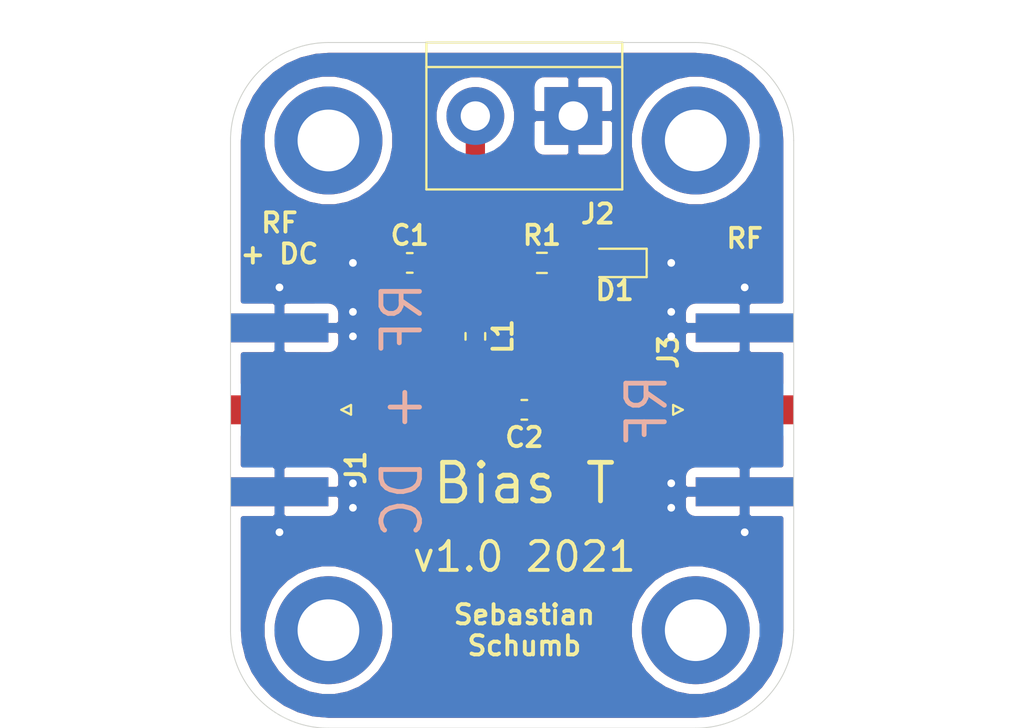
<source format=kicad_pcb>
(kicad_pcb (version 20171130) (host pcbnew 5.1.10)

  (general
    (thickness 1.6)
    (drawings 15)
    (tracks 23)
    (zones 0)
    (modules 12)
    (nets 6)
  )

  (page A4)
  (layers
    (0 F.Cu signal)
    (31 B.Cu signal)
    (32 B.Adhes user)
    (33 F.Adhes user)
    (34 B.Paste user)
    (35 F.Paste user)
    (36 B.SilkS user)
    (37 F.SilkS user)
    (38 B.Mask user)
    (39 F.Mask user)
    (40 Dwgs.User user)
    (41 Cmts.User user)
    (42 Eco1.User user)
    (43 Eco2.User user)
    (44 Edge.Cuts user)
    (45 Margin user)
    (46 B.CrtYd user)
    (47 F.CrtYd user)
    (48 B.Fab user)
    (49 F.Fab user)
  )

  (setup
    (last_trace_width 0.25)
    (user_trace_width 0.75)
    (user_trace_width 1)
    (trace_clearance 0.2)
    (zone_clearance 0.508)
    (zone_45_only no)
    (trace_min 0.2)
    (via_size 0.8)
    (via_drill 0.4)
    (via_min_size 0.4)
    (via_min_drill 0.3)
    (uvia_size 0.3)
    (uvia_drill 0.1)
    (uvias_allowed no)
    (uvia_min_size 0.2)
    (uvia_min_drill 0.1)
    (edge_width 0.05)
    (segment_width 0.2)
    (pcb_text_width 0.3)
    (pcb_text_size 1.5 1.5)
    (mod_edge_width 0.12)
    (mod_text_size 1 1)
    (mod_text_width 0.15)
    (pad_size 1.524 1.524)
    (pad_drill 0.762)
    (pad_to_mask_clearance 0)
    (aux_axis_origin 0 0)
    (visible_elements FFFFFF7F)
    (pcbplotparams
      (layerselection 0x010fc_ffffffff)
      (usegerberextensions false)
      (usegerberattributes true)
      (usegerberadvancedattributes true)
      (creategerberjobfile true)
      (excludeedgelayer true)
      (linewidth 0.100000)
      (plotframeref false)
      (viasonmask false)
      (mode 1)
      (useauxorigin false)
      (hpglpennumber 1)
      (hpglpenspeed 20)
      (hpglpendiameter 15.000000)
      (psnegative false)
      (psa4output false)
      (plotreference true)
      (plotvalue true)
      (plotinvisibletext false)
      (padsonsilk false)
      (subtractmaskfromsilk false)
      (outputformat 1)
      (mirror false)
      (drillshape 1)
      (scaleselection 1)
      (outputdirectory ""))
  )

  (net 0 "")
  (net 1 "Net-(C1-Pad2)")
  (net 2 GND)
  (net 3 "Net-(C2-Pad2)")
  (net 4 "Net-(C2-Pad1)")
  (net 5 "Net-(D1-Pad2)")

  (net_class Default "This is the default net class."
    (clearance 0.2)
    (trace_width 0.25)
    (via_dia 0.8)
    (via_drill 0.4)
    (uvia_dia 0.3)
    (uvia_drill 0.1)
    (add_net GND)
    (add_net "Net-(C1-Pad2)")
    (add_net "Net-(C2-Pad1)")
    (add_net "Net-(C2-Pad2)")
    (add_net "Net-(D1-Pad2)")
  )

  (module MountingHole:MountingHole_3.2mm_M3_DIN965_Pad (layer F.Cu) (tedit 56D1B4CB) (tstamp 614936B3)
    (at 128.27 100.33)
    (descr "Mounting Hole 3.2mm, M3, DIN965")
    (tags "mounting hole 3.2mm m3 din965")
    (attr virtual)
    (fp_text reference REF** (at 0 -3.8) (layer F.SilkS) hide
      (effects (font (size 1 1) (thickness 0.2)))
    )
    (fp_text value MountingHole_3.2mm_M3_DIN965_Pad (at 0 3.8) (layer F.Fab)
      (effects (font (size 1 1) (thickness 0.2)))
    )
    (fp_circle (center 0 0) (end 3.05 0) (layer F.CrtYd) (width 0.05))
    (fp_circle (center 0 0) (end 2.8 0) (layer Cmts.User) (width 0.15))
    (fp_text user %R (at 0.3 0) (layer F.Fab)
      (effects (font (size 1 1) (thickness 0.2)))
    )
    (pad 1 thru_hole circle (at 0 0) (size 5.6 5.6) (drill 3.2) (layers *.Cu *.Mask))
  )

  (module MountingHole:MountingHole_3.2mm_M3_DIN965_Pad (layer F.Cu) (tedit 56D1B4CB) (tstamp 61493696)
    (at 147.32 100.33)
    (descr "Mounting Hole 3.2mm, M3, DIN965")
    (tags "mounting hole 3.2mm m3 din965")
    (attr virtual)
    (fp_text reference REF** (at 0 -3.8) (layer F.SilkS) hide
      (effects (font (size 1 1) (thickness 0.2)))
    )
    (fp_text value MountingHole_3.2mm_M3_DIN965_Pad (at 0 3.8) (layer F.Fab)
      (effects (font (size 1 1) (thickness 0.2)))
    )
    (fp_circle (center 0 0) (end 3.05 0) (layer F.CrtYd) (width 0.05))
    (fp_circle (center 0 0) (end 2.8 0) (layer Cmts.User) (width 0.15))
    (fp_text user %R (at 0.3 0) (layer F.Fab)
      (effects (font (size 1 1) (thickness 0.2)))
    )
    (pad 1 thru_hole circle (at 0 0) (size 5.6 5.6) (drill 3.2) (layers *.Cu *.Mask))
  )

  (module MountingHole:MountingHole_3.2mm_M3_DIN965_Pad (layer F.Cu) (tedit 56D1B4CB) (tstamp 61493679)
    (at 128.27 74.93)
    (descr "Mounting Hole 3.2mm, M3, DIN965")
    (tags "mounting hole 3.2mm m3 din965")
    (attr virtual)
    (fp_text reference REF** (at 0 -3.8) (layer F.SilkS) hide
      (effects (font (size 1 1) (thickness 0.2)))
    )
    (fp_text value MountingHole_3.2mm_M3_DIN965_Pad (at 0 3.8) (layer F.Fab)
      (effects (font (size 1 1) (thickness 0.2)))
    )
    (fp_circle (center 0 0) (end 3.05 0) (layer F.CrtYd) (width 0.05))
    (fp_circle (center 0 0) (end 2.8 0) (layer Cmts.User) (width 0.15))
    (fp_text user %R (at 0.3 0) (layer F.Fab)
      (effects (font (size 1 1) (thickness 0.2)))
    )
    (pad 1 thru_hole circle (at 0 0) (size 5.6 5.6) (drill 3.2) (layers *.Cu *.Mask))
  )

  (module MountingHole:MountingHole_3.2mm_M3_DIN965_Pad (layer F.Cu) (tedit 56D1B4CB) (tstamp 6149365C)
    (at 147.32 74.93)
    (descr "Mounting Hole 3.2mm, M3, DIN965")
    (tags "mounting hole 3.2mm m3 din965")
    (attr virtual)
    (fp_text reference REF** (at 0 -3.8) (layer F.SilkS) hide
      (effects (font (size 1 1) (thickness 0.2)))
    )
    (fp_text value MountingHole_3.2mm_M3_DIN965_Pad (at 0 3.8) (layer F.Fab)
      (effects (font (size 1 1) (thickness 0.2)))
    )
    (fp_circle (center 0 0) (end 3.05 0) (layer F.CrtYd) (width 0.05))
    (fp_circle (center 0 0) (end 2.8 0) (layer Cmts.User) (width 0.15))
    (fp_text user %R (at 0.3 0) (layer F.Fab)
      (effects (font (size 1 1) (thickness 0.2)))
    )
    (pad 1 thru_hole circle (at 0 0) (size 5.6 5.6) (drill 3.2) (layers *.Cu *.Mask))
  )

  (module Resistor_SMD:R_0603_1608Metric_Pad0.98x0.95mm_HandSolder (layer F.Cu) (tedit 5F68FEEE) (tstamp 61492AB1)
    (at 139.3425 81.28)
    (descr "Resistor SMD 0603 (1608 Metric), square (rectangular) end terminal, IPC_7351 nominal with elongated pad for handsoldering. (Body size source: IPC-SM-782 page 72, https://www.pcb-3d.com/wordpress/wp-content/uploads/ipc-sm-782a_amendment_1_and_2.pdf), generated with kicad-footprint-generator")
    (tags "resistor handsolder")
    (path /6149FE4C)
    (attr smd)
    (fp_text reference R1 (at 0 -1.43) (layer F.SilkS)
      (effects (font (size 1 1) (thickness 0.2)))
    )
    (fp_text value R (at 0 1.43) (layer F.Fab)
      (effects (font (size 1 1) (thickness 0.2)))
    )
    (fp_line (start 1.65 0.73) (end -1.65 0.73) (layer F.CrtYd) (width 0.05))
    (fp_line (start 1.65 -0.73) (end 1.65 0.73) (layer F.CrtYd) (width 0.05))
    (fp_line (start -1.65 -0.73) (end 1.65 -0.73) (layer F.CrtYd) (width 0.05))
    (fp_line (start -1.65 0.73) (end -1.65 -0.73) (layer F.CrtYd) (width 0.05))
    (fp_line (start -0.254724 0.5225) (end 0.254724 0.5225) (layer F.SilkS) (width 0.12))
    (fp_line (start -0.254724 -0.5225) (end 0.254724 -0.5225) (layer F.SilkS) (width 0.12))
    (fp_line (start 0.8 0.4125) (end -0.8 0.4125) (layer F.Fab) (width 0.1))
    (fp_line (start 0.8 -0.4125) (end 0.8 0.4125) (layer F.Fab) (width 0.1))
    (fp_line (start -0.8 -0.4125) (end 0.8 -0.4125) (layer F.Fab) (width 0.1))
    (fp_line (start -0.8 0.4125) (end -0.8 -0.4125) (layer F.Fab) (width 0.1))
    (fp_text user %R (at 0 0) (layer F.Fab)
      (effects (font (size 0.4 0.4) (thickness 0.06)))
    )
    (pad 2 smd roundrect (at 0.9125 0) (size 0.975 0.95) (layers F.Cu F.Paste F.Mask) (roundrect_rratio 0.25)
      (net 5 "Net-(D1-Pad2)"))
    (pad 1 smd roundrect (at -0.9125 0) (size 0.975 0.95) (layers F.Cu F.Paste F.Mask) (roundrect_rratio 0.25)
      (net 1 "Net-(C1-Pad2)"))
    (model ${KISYS3DMOD}/Resistor_SMD.3dshapes/R_0603_1608Metric.wrl
      (at (xyz 0 0 0))
      (scale (xyz 1 1 1))
      (rotate (xyz 0 0 0))
    )
  )

  (module Inductor_SMD:L_0603_1608Metric_Pad1.05x0.95mm_HandSolder (layer F.Cu) (tedit 5F68FEF0) (tstamp 61492AA0)
    (at 135.89 85.09 270)
    (descr "Inductor SMD 0603 (1608 Metric), square (rectangular) end terminal, IPC_7351 nominal with elongated pad for handsoldering. (Body size source: http://www.tortai-tech.com/upload/download/2011102023233369053.pdf), generated with kicad-footprint-generator")
    (tags "inductor handsolder")
    (path /6148E6AB)
    (attr smd)
    (fp_text reference L1 (at 0 -1.43 90) (layer F.SilkS)
      (effects (font (size 1 1) (thickness 0.2)))
    )
    (fp_text value L (at 0 1.43 90) (layer F.Fab)
      (effects (font (size 1 1) (thickness 0.2)))
    )
    (fp_line (start 1.65 0.73) (end -1.65 0.73) (layer F.CrtYd) (width 0.05))
    (fp_line (start 1.65 -0.73) (end 1.65 0.73) (layer F.CrtYd) (width 0.05))
    (fp_line (start -1.65 -0.73) (end 1.65 -0.73) (layer F.CrtYd) (width 0.05))
    (fp_line (start -1.65 0.73) (end -1.65 -0.73) (layer F.CrtYd) (width 0.05))
    (fp_line (start -0.171267 0.51) (end 0.171267 0.51) (layer F.SilkS) (width 0.12))
    (fp_line (start -0.171267 -0.51) (end 0.171267 -0.51) (layer F.SilkS) (width 0.12))
    (fp_line (start 0.8 0.4) (end -0.8 0.4) (layer F.Fab) (width 0.1))
    (fp_line (start 0.8 -0.4) (end 0.8 0.4) (layer F.Fab) (width 0.1))
    (fp_line (start -0.8 -0.4) (end 0.8 -0.4) (layer F.Fab) (width 0.1))
    (fp_line (start -0.8 0.4) (end -0.8 -0.4) (layer F.Fab) (width 0.1))
    (fp_text user %R (at 0 0 90) (layer F.Fab)
      (effects (font (size 0.4 0.4) (thickness 0.06)))
    )
    (pad 2 smd roundrect (at 0.875 0 270) (size 1.05 0.95) (layers F.Cu F.Paste F.Mask) (roundrect_rratio 0.25)
      (net 3 "Net-(C2-Pad2)"))
    (pad 1 smd roundrect (at -0.875 0 270) (size 1.05 0.95) (layers F.Cu F.Paste F.Mask) (roundrect_rratio 0.25)
      (net 1 "Net-(C1-Pad2)"))
    (model ${KISYS3DMOD}/Inductor_SMD.3dshapes/L_0603_1608Metric.wrl
      (at (xyz 0 0 0))
      (scale (xyz 1 1 1))
      (rotate (xyz 0 0 0))
    )
  )

  (module Connector_Coaxial:SMA_Amphenol_132289_EdgeMount (layer F.Cu) (tedit 5A1C1810) (tstamp 61492A8F)
    (at 149.86 88.9)
    (descr http://www.amphenolrf.com/132289.html)
    (tags SMA)
    (path /6148D41E)
    (attr smd)
    (fp_text reference J3 (at -3.96 -3 90) (layer F.SilkS)
      (effects (font (size 1 1) (thickness 0.2)))
    )
    (fp_text value Conn_Coaxial (at 5 6) (layer F.Fab)
      (effects (font (size 1 1) (thickness 0.2)))
    )
    (fp_line (start -1.91 5.08) (end 4.445 5.08) (layer F.Fab) (width 0.1))
    (fp_line (start -1.91 3.81) (end -1.91 5.08) (layer F.Fab) (width 0.1))
    (fp_line (start 2.54 3.81) (end -1.91 3.81) (layer F.Fab) (width 0.1))
    (fp_line (start 2.54 -3.81) (end 2.54 3.81) (layer F.Fab) (width 0.1))
    (fp_line (start -1.91 -3.81) (end 2.54 -3.81) (layer F.Fab) (width 0.1))
    (fp_line (start -1.91 -5.08) (end -1.91 -3.81) (layer F.Fab) (width 0.1))
    (fp_line (start -1.91 -5.08) (end 4.445 -5.08) (layer F.Fab) (width 0.1))
    (fp_line (start 4.445 -3.81) (end 4.445 -5.08) (layer F.Fab) (width 0.1))
    (fp_line (start 4.445 5.08) (end 4.445 3.81) (layer F.Fab) (width 0.1))
    (fp_line (start 13.97 3.81) (end 4.445 3.81) (layer F.Fab) (width 0.1))
    (fp_line (start 13.97 -3.81) (end 13.97 3.81) (layer F.Fab) (width 0.1))
    (fp_line (start 4.445 -3.81) (end 13.97 -3.81) (layer F.Fab) (width 0.1))
    (fp_line (start -3.04 5.58) (end -3.04 -5.58) (layer B.CrtYd) (width 0.05))
    (fp_line (start 14.47 5.58) (end -3.04 5.58) (layer B.CrtYd) (width 0.05))
    (fp_line (start 14.47 -5.58) (end 14.47 5.58) (layer B.CrtYd) (width 0.05))
    (fp_line (start 14.47 -5.58) (end -3.04 -5.58) (layer B.CrtYd) (width 0.05))
    (fp_line (start -3.04 5.58) (end -3.04 -5.58) (layer F.CrtYd) (width 0.05))
    (fp_line (start 14.47 5.58) (end -3.04 5.58) (layer F.CrtYd) (width 0.05))
    (fp_line (start 14.47 -5.58) (end 14.47 5.58) (layer F.CrtYd) (width 0.05))
    (fp_line (start 14.47 -5.58) (end -3.04 -5.58) (layer F.CrtYd) (width 0.05))
    (fp_line (start 2.54 -0.75) (end 3.54 0) (layer F.Fab) (width 0.1))
    (fp_line (start 3.54 0) (end 2.54 0.75) (layer F.Fab) (width 0.1))
    (fp_line (start -3.21 0) (end -3.71 -0.25) (layer F.SilkS) (width 0.12))
    (fp_line (start -3.71 -0.25) (end -3.71 0.25) (layer F.SilkS) (width 0.12))
    (fp_line (start -3.71 0.25) (end -3.21 0) (layer F.SilkS) (width 0.12))
    (fp_text user %R (at 4.79 0 270) (layer F.Fab)
      (effects (font (size 1 1) (thickness 0.2)))
    )
    (pad 1 smd rect (at 0 0 90) (size 1.5 5.08) (layers F.Cu F.Paste F.Mask)
      (net 4 "Net-(C2-Pad1)"))
    (pad 2 smd rect (at 0 -4.25 90) (size 1.5 5.08) (layers F.Cu F.Paste F.Mask)
      (net 2 GND))
    (pad 2 smd rect (at 0 4.25 90) (size 1.5 5.08) (layers F.Cu F.Paste F.Mask)
      (net 2 GND))
    (pad 2 smd rect (at 0 -4.25 90) (size 1.5 5.08) (layers B.Cu B.Paste B.Mask)
      (net 2 GND))
    (pad 2 smd rect (at 0 4.25 90) (size 1.5 5.08) (layers B.Cu B.Paste B.Mask)
      (net 2 GND))
    (model ${KISYS3DMOD}/Connector_Coaxial.3dshapes/SMA_Amphenol_132289_EdgeMount.wrl
      (at (xyz 0 0 0))
      (scale (xyz 1 1 1))
      (rotate (xyz 0 0 0))
    )
  )

  (module TerminalBlock:TerminalBlock_bornier-2_P5.08mm (layer F.Cu) (tedit 59FF03AB) (tstamp 61492A6C)
    (at 140.97 73.66 180)
    (descr "simple 2-pin terminal block, pitch 5.08mm, revamped version of bornier2")
    (tags "terminal block bornier2")
    (path /61494469)
    (fp_text reference J2 (at -1.27 -5.08) (layer F.SilkS)
      (effects (font (size 1 1) (thickness 0.2)))
    )
    (fp_text value Conn_01x02 (at 2.54 5.08) (layer F.Fab)
      (effects (font (size 1 1) (thickness 0.2)))
    )
    (fp_line (start 7.79 4) (end -2.71 4) (layer F.CrtYd) (width 0.05))
    (fp_line (start 7.79 4) (end 7.79 -4) (layer F.CrtYd) (width 0.05))
    (fp_line (start -2.71 -4) (end -2.71 4) (layer F.CrtYd) (width 0.05))
    (fp_line (start -2.71 -4) (end 7.79 -4) (layer F.CrtYd) (width 0.05))
    (fp_line (start -2.54 3.81) (end 7.62 3.81) (layer F.SilkS) (width 0.12))
    (fp_line (start -2.54 -3.81) (end -2.54 3.81) (layer F.SilkS) (width 0.12))
    (fp_line (start 7.62 -3.81) (end -2.54 -3.81) (layer F.SilkS) (width 0.12))
    (fp_line (start 7.62 3.81) (end 7.62 -3.81) (layer F.SilkS) (width 0.12))
    (fp_line (start 7.62 2.54) (end -2.54 2.54) (layer F.SilkS) (width 0.12))
    (fp_line (start 7.54 -3.75) (end -2.46 -3.75) (layer F.Fab) (width 0.1))
    (fp_line (start 7.54 3.75) (end 7.54 -3.75) (layer F.Fab) (width 0.1))
    (fp_line (start -2.46 3.75) (end 7.54 3.75) (layer F.Fab) (width 0.1))
    (fp_line (start -2.46 -3.75) (end -2.46 3.75) (layer F.Fab) (width 0.1))
    (fp_line (start -2.41 2.55) (end 7.49 2.55) (layer F.Fab) (width 0.1))
    (fp_text user %R (at 2.54 0) (layer F.Fab)
      (effects (font (size 1 1) (thickness 0.2)))
    )
    (pad 2 thru_hole circle (at 5.08 0 180) (size 3 3) (drill 1.52) (layers *.Cu *.Mask)
      (net 1 "Net-(C1-Pad2)"))
    (pad 1 thru_hole rect (at 0 0 180) (size 3 3) (drill 1.52) (layers *.Cu *.Mask)
      (net 2 GND))
    (model ${KISYS3DMOD}/TerminalBlock.3dshapes/TerminalBlock_bornier-2_P5.08mm.wrl
      (offset (xyz 2.539999961853027 0 0))
      (scale (xyz 1 1 1))
      (rotate (xyz 0 0 0))
    )
  )

  (module Connector_Coaxial:SMA_Amphenol_132289_EdgeMount (layer F.Cu) (tedit 5A1C1810) (tstamp 61492A57)
    (at 125.73 88.9 180)
    (descr http://www.amphenolrf.com/132289.html)
    (tags SMA)
    (path /6148C8E0)
    (attr smd)
    (fp_text reference J1 (at -3.96 -3 90) (layer F.SilkS)
      (effects (font (size 1 1) (thickness 0.2)))
    )
    (fp_text value Conn_Coaxial (at 5 6) (layer F.Fab)
      (effects (font (size 1 1) (thickness 0.2)))
    )
    (fp_line (start -1.91 5.08) (end 4.445 5.08) (layer F.Fab) (width 0.1))
    (fp_line (start -1.91 3.81) (end -1.91 5.08) (layer F.Fab) (width 0.1))
    (fp_line (start 2.54 3.81) (end -1.91 3.81) (layer F.Fab) (width 0.1))
    (fp_line (start 2.54 -3.81) (end 2.54 3.81) (layer F.Fab) (width 0.1))
    (fp_line (start -1.91 -3.81) (end 2.54 -3.81) (layer F.Fab) (width 0.1))
    (fp_line (start -1.91 -5.08) (end -1.91 -3.81) (layer F.Fab) (width 0.1))
    (fp_line (start -1.91 -5.08) (end 4.445 -5.08) (layer F.Fab) (width 0.1))
    (fp_line (start 4.445 -3.81) (end 4.445 -5.08) (layer F.Fab) (width 0.1))
    (fp_line (start 4.445 5.08) (end 4.445 3.81) (layer F.Fab) (width 0.1))
    (fp_line (start 13.97 3.81) (end 4.445 3.81) (layer F.Fab) (width 0.1))
    (fp_line (start 13.97 -3.81) (end 13.97 3.81) (layer F.Fab) (width 0.1))
    (fp_line (start 4.445 -3.81) (end 13.97 -3.81) (layer F.Fab) (width 0.1))
    (fp_line (start -3.04 5.58) (end -3.04 -5.58) (layer B.CrtYd) (width 0.05))
    (fp_line (start 14.47 5.58) (end -3.04 5.58) (layer B.CrtYd) (width 0.05))
    (fp_line (start 14.47 -5.58) (end 14.47 5.58) (layer B.CrtYd) (width 0.05))
    (fp_line (start 14.47 -5.58) (end -3.04 -5.58) (layer B.CrtYd) (width 0.05))
    (fp_line (start -3.04 5.58) (end -3.04 -5.58) (layer F.CrtYd) (width 0.05))
    (fp_line (start 14.47 5.58) (end -3.04 5.58) (layer F.CrtYd) (width 0.05))
    (fp_line (start 14.47 -5.58) (end 14.47 5.58) (layer F.CrtYd) (width 0.05))
    (fp_line (start 14.47 -5.58) (end -3.04 -5.58) (layer F.CrtYd) (width 0.05))
    (fp_line (start 2.54 -0.75) (end 3.54 0) (layer F.Fab) (width 0.1))
    (fp_line (start 3.54 0) (end 2.54 0.75) (layer F.Fab) (width 0.1))
    (fp_line (start -3.21 0) (end -3.71 -0.25) (layer F.SilkS) (width 0.12))
    (fp_line (start -3.71 -0.25) (end -3.71 0.25) (layer F.SilkS) (width 0.12))
    (fp_line (start -3.71 0.25) (end -3.21 0) (layer F.SilkS) (width 0.12))
    (fp_text user %R (at 4.79 0 270) (layer F.Fab)
      (effects (font (size 1 1) (thickness 0.2)))
    )
    (pad 1 smd rect (at 0 0 270) (size 1.5 5.08) (layers F.Cu F.Paste F.Mask)
      (net 3 "Net-(C2-Pad2)"))
    (pad 2 smd rect (at 0 -4.25 270) (size 1.5 5.08) (layers F.Cu F.Paste F.Mask)
      (net 2 GND))
    (pad 2 smd rect (at 0 4.25 270) (size 1.5 5.08) (layers F.Cu F.Paste F.Mask)
      (net 2 GND))
    (pad 2 smd rect (at 0 -4.25 270) (size 1.5 5.08) (layers B.Cu B.Paste B.Mask)
      (net 2 GND))
    (pad 2 smd rect (at 0 4.25 270) (size 1.5 5.08) (layers B.Cu B.Paste B.Mask)
      (net 2 GND))
    (model ${KISYS3DMOD}/Connector_Coaxial.3dshapes/SMA_Amphenol_132289_EdgeMount.wrl
      (at (xyz 0 0 0))
      (scale (xyz 1 1 1))
      (rotate (xyz 0 0 0))
    )
  )

  (module LED_SMD:LED_0603_1608Metric_Pad1.05x0.95mm_HandSolder (layer F.Cu) (tedit 5F68FEF1) (tstamp 61492A34)
    (at 143.115 81.28 180)
    (descr "LED SMD 0603 (1608 Metric), square (rectangular) end terminal, IPC_7351 nominal, (Body size source: http://www.tortai-tech.com/upload/download/2011102023233369053.pdf), generated with kicad-footprint-generator")
    (tags "LED handsolder")
    (path /614A0B69)
    (attr smd)
    (fp_text reference D1 (at 0 -1.43) (layer F.SilkS)
      (effects (font (size 1 1) (thickness 0.2)))
    )
    (fp_text value LED (at 0 1.43) (layer F.Fab)
      (effects (font (size 1 1) (thickness 0.2)))
    )
    (fp_line (start 1.65 0.73) (end -1.65 0.73) (layer F.CrtYd) (width 0.05))
    (fp_line (start 1.65 -0.73) (end 1.65 0.73) (layer F.CrtYd) (width 0.05))
    (fp_line (start -1.65 -0.73) (end 1.65 -0.73) (layer F.CrtYd) (width 0.05))
    (fp_line (start -1.65 0.73) (end -1.65 -0.73) (layer F.CrtYd) (width 0.05))
    (fp_line (start -1.66 0.735) (end 0.8 0.735) (layer F.SilkS) (width 0.12))
    (fp_line (start -1.66 -0.735) (end -1.66 0.735) (layer F.SilkS) (width 0.12))
    (fp_line (start 0.8 -0.735) (end -1.66 -0.735) (layer F.SilkS) (width 0.12))
    (fp_line (start 0.8 0.4) (end 0.8 -0.4) (layer F.Fab) (width 0.1))
    (fp_line (start -0.8 0.4) (end 0.8 0.4) (layer F.Fab) (width 0.1))
    (fp_line (start -0.8 -0.1) (end -0.8 0.4) (layer F.Fab) (width 0.1))
    (fp_line (start -0.5 -0.4) (end -0.8 -0.1) (layer F.Fab) (width 0.1))
    (fp_line (start 0.8 -0.4) (end -0.5 -0.4) (layer F.Fab) (width 0.1))
    (fp_text user %R (at 0 0) (layer F.Fab)
      (effects (font (size 0.4 0.4) (thickness 0.06)))
    )
    (pad 2 smd roundrect (at 0.875 0 180) (size 1.05 0.95) (layers F.Cu F.Paste F.Mask) (roundrect_rratio 0.25)
      (net 5 "Net-(D1-Pad2)"))
    (pad 1 smd roundrect (at -0.875 0 180) (size 1.05 0.95) (layers F.Cu F.Paste F.Mask) (roundrect_rratio 0.25)
      (net 2 GND))
    (model ${KISYS3DMOD}/LED_SMD.3dshapes/LED_0603_1608Metric.wrl
      (at (xyz 0 0 0))
      (scale (xyz 1 1 1))
      (rotate (xyz 0 0 0))
    )
  )

  (module Capacitor_SMD:C_0603_1608Metric_Pad1.08x0.95mm_HandSolder (layer F.Cu) (tedit 5F68FEEF) (tstamp 61492A21)
    (at 138.43 88.9 180)
    (descr "Capacitor SMD 0603 (1608 Metric), square (rectangular) end terminal, IPC_7351 nominal with elongated pad for handsoldering. (Body size source: IPC-SM-782 page 76, https://www.pcb-3d.com/wordpress/wp-content/uploads/ipc-sm-782a_amendment_1_and_2.pdf), generated with kicad-footprint-generator")
    (tags "capacitor handsolder")
    (path /6148DF86)
    (attr smd)
    (fp_text reference C2 (at 0 -1.43) (layer F.SilkS)
      (effects (font (size 1 1) (thickness 0.2)))
    )
    (fp_text value C (at 0 1.43) (layer F.Fab)
      (effects (font (size 1 1) (thickness 0.2)))
    )
    (fp_line (start 1.65 0.73) (end -1.65 0.73) (layer F.CrtYd) (width 0.05))
    (fp_line (start 1.65 -0.73) (end 1.65 0.73) (layer F.CrtYd) (width 0.05))
    (fp_line (start -1.65 -0.73) (end 1.65 -0.73) (layer F.CrtYd) (width 0.05))
    (fp_line (start -1.65 0.73) (end -1.65 -0.73) (layer F.CrtYd) (width 0.05))
    (fp_line (start -0.146267 0.51) (end 0.146267 0.51) (layer F.SilkS) (width 0.12))
    (fp_line (start -0.146267 -0.51) (end 0.146267 -0.51) (layer F.SilkS) (width 0.12))
    (fp_line (start 0.8 0.4) (end -0.8 0.4) (layer F.Fab) (width 0.1))
    (fp_line (start 0.8 -0.4) (end 0.8 0.4) (layer F.Fab) (width 0.1))
    (fp_line (start -0.8 -0.4) (end 0.8 -0.4) (layer F.Fab) (width 0.1))
    (fp_line (start -0.8 0.4) (end -0.8 -0.4) (layer F.Fab) (width 0.1))
    (fp_text user %R (at 0 0) (layer F.Fab)
      (effects (font (size 0.4 0.4) (thickness 0.06)))
    )
    (pad 2 smd roundrect (at 0.8625 0 180) (size 1.075 0.95) (layers F.Cu F.Paste F.Mask) (roundrect_rratio 0.25)
      (net 3 "Net-(C2-Pad2)"))
    (pad 1 smd roundrect (at -0.8625 0 180) (size 1.075 0.95) (layers F.Cu F.Paste F.Mask) (roundrect_rratio 0.25)
      (net 4 "Net-(C2-Pad1)"))
    (model ${KISYS3DMOD}/Capacitor_SMD.3dshapes/C_0603_1608Metric.wrl
      (at (xyz 0 0 0))
      (scale (xyz 1 1 1))
      (rotate (xyz 0 0 0))
    )
  )

  (module Capacitor_SMD:C_0603_1608Metric_Pad1.08x0.95mm_HandSolder (layer F.Cu) (tedit 5F68FEEF) (tstamp 61492A10)
    (at 132.4875 81.28)
    (descr "Capacitor SMD 0603 (1608 Metric), square (rectangular) end terminal, IPC_7351 nominal with elongated pad for handsoldering. (Body size source: IPC-SM-782 page 76, https://www.pcb-3d.com/wordpress/wp-content/uploads/ipc-sm-782a_amendment_1_and_2.pdf), generated with kicad-footprint-generator")
    (tags "capacitor handsolder")
    (path /6148F08A)
    (attr smd)
    (fp_text reference C1 (at 0 -1.43) (layer F.SilkS)
      (effects (font (size 1 1) (thickness 0.2)))
    )
    (fp_text value C (at 0 1.43) (layer F.Fab)
      (effects (font (size 1 1) (thickness 0.2)))
    )
    (fp_line (start 1.65 0.73) (end -1.65 0.73) (layer F.CrtYd) (width 0.05))
    (fp_line (start 1.65 -0.73) (end 1.65 0.73) (layer F.CrtYd) (width 0.05))
    (fp_line (start -1.65 -0.73) (end 1.65 -0.73) (layer F.CrtYd) (width 0.05))
    (fp_line (start -1.65 0.73) (end -1.65 -0.73) (layer F.CrtYd) (width 0.05))
    (fp_line (start -0.146267 0.51) (end 0.146267 0.51) (layer F.SilkS) (width 0.12))
    (fp_line (start -0.146267 -0.51) (end 0.146267 -0.51) (layer F.SilkS) (width 0.12))
    (fp_line (start 0.8 0.4) (end -0.8 0.4) (layer F.Fab) (width 0.1))
    (fp_line (start 0.8 -0.4) (end 0.8 0.4) (layer F.Fab) (width 0.1))
    (fp_line (start -0.8 -0.4) (end 0.8 -0.4) (layer F.Fab) (width 0.1))
    (fp_line (start -0.8 0.4) (end -0.8 -0.4) (layer F.Fab) (width 0.1))
    (fp_text user %R (at 0 0) (layer F.Fab)
      (effects (font (size 0.4 0.4) (thickness 0.06)))
    )
    (pad 2 smd roundrect (at 0.8625 0) (size 1.075 0.95) (layers F.Cu F.Paste F.Mask) (roundrect_rratio 0.25)
      (net 1 "Net-(C1-Pad2)"))
    (pad 1 smd roundrect (at -0.8625 0) (size 1.075 0.95) (layers F.Cu F.Paste F.Mask) (roundrect_rratio 0.25)
      (net 2 GND))
    (model ${KISYS3DMOD}/Capacitor_SMD.3dshapes/C_0603_1608Metric.wrl
      (at (xyz 0 0 0))
      (scale (xyz 1 1 1))
      (rotate (xyz 0 0 0))
    )
  )

  (gr_text RF (at 144.78 88.9 90) (layer B.SilkS)
    (effects (font (size 2 2) (thickness 0.25)) (justify mirror))
  )
  (gr_text "RF + DC" (at 132.08 88.9 90) (layer B.SilkS)
    (effects (font (size 2 2) (thickness 0.25)) (justify mirror))
  )
  (gr_text "Sebastian\nSchumb" (at 138.43 100.33) (layer F.SilkS)
    (effects (font (size 1 1) (thickness 0.2)))
  )
  (gr_text "v1.0 2021" (at 138.43 96.52) (layer F.SilkS)
    (effects (font (size 1.5 1.5) (thickness 0.2)))
  )
  (gr_text RF (at 149.86 80.01) (layer F.SilkS)
    (effects (font (size 1 1) (thickness 0.2)))
  )
  (gr_text "RF\n+ DC" (at 125.73 80.01) (layer F.SilkS)
    (effects (font (size 1 1) (thickness 0.2)))
  )
  (gr_text "Bias T" (at 138.43 92.71) (layer F.SilkS)
    (effects (font (size 2 2) (thickness 0.25)))
  )
  (gr_line (start 123.19 74.93) (end 123.19 100.33) (layer Edge.Cuts) (width 0.05) (tstamp 614936E0))
  (gr_line (start 147.32 69.85) (end 128.27 69.85) (layer Edge.Cuts) (width 0.05) (tstamp 614936DF))
  (gr_line (start 152.4 100.33) (end 152.4 74.93) (layer Edge.Cuts) (width 0.05) (tstamp 614936DE))
  (gr_line (start 128.27 105.41) (end 147.32 105.41) (layer Edge.Cuts) (width 0.05) (tstamp 614936DD))
  (gr_arc (start 147.32 100.33) (end 147.32 105.41) (angle -90) (layer Edge.Cuts) (width 0.05))
  (gr_arc (start 128.27 100.33) (end 123.19 100.33) (angle -90) (layer Edge.Cuts) (width 0.05))
  (gr_arc (start 128.27 74.93) (end 128.27 69.85) (angle -90) (layer Edge.Cuts) (width 0.05))
  (gr_arc (start 147.32 74.93) (end 152.4 74.93) (angle -90) (layer Edge.Cuts) (width 0.05))

  (segment (start 133.35 81.28) (end 135.89 81.28) (width 1) (layer F.Cu) (net 1))
  (segment (start 135.89 81.28) (end 135.89 73.66) (width 1) (layer F.Cu) (net 1))
  (segment (start 135.89 84.215) (end 135.89 81.28) (width 1) (layer F.Cu) (net 1))
  (segment (start 135.89 81.28) (end 138.43 81.28) (width 1) (layer F.Cu) (net 1))
  (via (at 129.54 92.71) (size 0.8) (drill 0.4) (layers F.Cu B.Cu) (net 2))
  (via (at 129.54 93.98) (size 0.8) (drill 0.4) (layers F.Cu B.Cu) (net 2))
  (via (at 125.73 95.25) (size 0.8) (drill 0.4) (layers F.Cu B.Cu) (net 2))
  (via (at 125.73 82.55) (size 0.8) (drill 0.4) (layers F.Cu B.Cu) (net 2))
  (via (at 129.54 85.09) (size 0.8) (drill 0.4) (layers F.Cu B.Cu) (net 2))
  (via (at 129.54 83.82) (size 0.8) (drill 0.4) (layers F.Cu B.Cu) (net 2))
  (via (at 146.05 85.09) (size 0.8) (drill 0.4) (layers F.Cu B.Cu) (net 2))
  (via (at 146.05 83.82) (size 0.8) (drill 0.4) (layers F.Cu B.Cu) (net 2))
  (via (at 149.86 82.55) (size 0.8) (drill 0.4) (layers F.Cu B.Cu) (net 2))
  (via (at 149.86 95.25) (size 0.8) (drill 0.4) (layers F.Cu B.Cu) (net 2))
  (via (at 146.05 93.98) (size 0.8) (drill 0.4) (layers F.Cu B.Cu) (net 2))
  (via (at 146.05 92.71) (size 0.8) (drill 0.4) (layers F.Cu B.Cu) (net 2))
  (via (at 146.05 81.28) (size 0.8) (drill 0.4) (layers F.Cu B.Cu) (net 2))
  (via (at 129.54 81.28) (size 0.8) (drill 0.4) (layers F.Cu B.Cu) (net 2))
  (segment (start 135.89 88.9) (end 135.89 85.965) (width 1) (layer F.Cu) (net 3))
  (segment (start 125.73 88.9) (end 135.89 88.9) (width 1) (layer F.Cu) (net 3))
  (segment (start 135.89 88.9) (end 137.5675 88.9) (width 1) (layer F.Cu) (net 3))
  (segment (start 139.2925 88.9) (end 149.86 88.9) (width 1) (layer F.Cu) (net 4))
  (segment (start 140.255 81.28) (end 142.24 81.28) (width 1) (layer F.Cu) (net 5))

  (zone (net 2) (net_name GND) (layer F.Cu) (tstamp 0) (hatch edge 0.508)
    (connect_pads (clearance 0.508))
    (min_thickness 0.254)
    (fill yes (arc_segments 32) (thermal_gap 0.508) (thermal_bridge_width 0.508))
    (polygon
      (pts
        (xy 152.4 105.41) (xy 123.19 105.41) (xy 123.19 69.85) (xy 152.4 69.85)
      )
    )
    (filled_polygon
      (pts
        (xy 138.506058 89.865512) (xy 138.657433 89.946423) (xy 138.821684 89.996248) (xy 138.9925 90.013072) (xy 139.051854 90.013072)
        (xy 139.070001 90.018577) (xy 139.236748 90.035) (xy 146.814499 90.035) (xy 146.868815 90.101185) (xy 146.965506 90.180537)
        (xy 147.07582 90.239502) (xy 147.195518 90.275812) (xy 147.32 90.288072) (xy 151.74 90.288072) (xy 151.74 91.762827)
        (xy 150.14575 91.765) (xy 149.987 91.92375) (xy 149.987 93.023) (xy 150.007 93.023) (xy 150.007 93.277)
        (xy 149.987 93.277) (xy 149.987 94.37625) (xy 150.14575 94.535) (xy 151.74 94.537173) (xy 151.74 100.300608)
        (xy 151.667563 101.112249) (xy 151.460328 101.869774) (xy 151.122221 102.578627) (xy 150.663928 103.21641) (xy 150.099945 103.762946)
        (xy 149.448085 104.200978) (xy 148.728963 104.516651) (xy 147.960232 104.701206) (xy 147.295792 104.75) (xy 128.299392 104.75)
        (xy 127.487751 104.677563) (xy 126.730226 104.470328) (xy 126.021373 104.132221) (xy 125.38359 103.673928) (xy 124.837054 103.109945)
        (xy 124.399022 102.458085) (xy 124.083349 101.738963) (xy 123.898794 100.970232) (xy 123.85 100.305792) (xy 123.85 99.991682)
        (xy 124.835 99.991682) (xy 124.835 100.668318) (xy 124.967006 101.331952) (xy 125.225943 101.957082) (xy 125.601862 102.519685)
        (xy 126.080315 102.998138) (xy 126.642918 103.374057) (xy 127.268048 103.632994) (xy 127.931682 103.765) (xy 128.608318 103.765)
        (xy 129.271952 103.632994) (xy 129.897082 103.374057) (xy 130.459685 102.998138) (xy 130.938138 102.519685) (xy 131.314057 101.957082)
        (xy 131.572994 101.331952) (xy 131.705 100.668318) (xy 131.705 99.991682) (xy 143.885 99.991682) (xy 143.885 100.668318)
        (xy 144.017006 101.331952) (xy 144.275943 101.957082) (xy 144.651862 102.519685) (xy 145.130315 102.998138) (xy 145.692918 103.374057)
        (xy 146.318048 103.632994) (xy 146.981682 103.765) (xy 147.658318 103.765) (xy 148.321952 103.632994) (xy 148.947082 103.374057)
        (xy 149.509685 102.998138) (xy 149.988138 102.519685) (xy 150.364057 101.957082) (xy 150.622994 101.331952) (xy 150.755 100.668318)
        (xy 150.755 99.991682) (xy 150.622994 99.328048) (xy 150.364057 98.702918) (xy 149.988138 98.140315) (xy 149.509685 97.661862)
        (xy 148.947082 97.285943) (xy 148.321952 97.027006) (xy 147.658318 96.895) (xy 146.981682 96.895) (xy 146.318048 97.027006)
        (xy 145.692918 97.285943) (xy 145.130315 97.661862) (xy 144.651862 98.140315) (xy 144.275943 98.702918) (xy 144.017006 99.328048)
        (xy 143.885 99.991682) (xy 131.705 99.991682) (xy 131.572994 99.328048) (xy 131.314057 98.702918) (xy 130.938138 98.140315)
        (xy 130.459685 97.661862) (xy 129.897082 97.285943) (xy 129.271952 97.027006) (xy 128.608318 96.895) (xy 127.931682 96.895)
        (xy 127.268048 97.027006) (xy 126.642918 97.285943) (xy 126.080315 97.661862) (xy 125.601862 98.140315) (xy 125.225943 98.702918)
        (xy 124.967006 99.328048) (xy 124.835 99.991682) (xy 123.85 99.991682) (xy 123.85 94.537173) (xy 125.44425 94.535)
        (xy 125.603 94.37625) (xy 125.603 93.277) (xy 125.857 93.277) (xy 125.857 94.37625) (xy 126.01575 94.535)
        (xy 128.27 94.538072) (xy 128.394482 94.525812) (xy 128.51418 94.489502) (xy 128.624494 94.430537) (xy 128.721185 94.351185)
        (xy 128.800537 94.254494) (xy 128.859502 94.14418) (xy 128.895812 94.024482) (xy 128.908072 93.9) (xy 146.681928 93.9)
        (xy 146.694188 94.024482) (xy 146.730498 94.14418) (xy 146.789463 94.254494) (xy 146.868815 94.351185) (xy 146.965506 94.430537)
        (xy 147.07582 94.489502) (xy 147.195518 94.525812) (xy 147.32 94.538072) (xy 149.57425 94.535) (xy 149.733 94.37625)
        (xy 149.733 93.277) (xy 146.84375 93.277) (xy 146.685 93.43575) (xy 146.681928 93.9) (xy 128.908072 93.9)
        (xy 128.905 93.43575) (xy 128.74625 93.277) (xy 125.857 93.277) (xy 125.603 93.277) (xy 125.583 93.277)
        (xy 125.583 93.023) (xy 125.603 93.023) (xy 125.603 91.92375) (xy 125.857 91.92375) (xy 125.857 93.023)
        (xy 128.74625 93.023) (xy 128.905 92.86425) (xy 128.908072 92.4) (xy 146.681928 92.4) (xy 146.685 92.86425)
        (xy 146.84375 93.023) (xy 149.733 93.023) (xy 149.733 91.92375) (xy 149.57425 91.765) (xy 147.32 91.761928)
        (xy 147.195518 91.774188) (xy 147.07582 91.810498) (xy 146.965506 91.869463) (xy 146.868815 91.948815) (xy 146.789463 92.045506)
        (xy 146.730498 92.15582) (xy 146.694188 92.275518) (xy 146.681928 92.4) (xy 128.908072 92.4) (xy 128.895812 92.275518)
        (xy 128.859502 92.15582) (xy 128.800537 92.045506) (xy 128.721185 91.948815) (xy 128.624494 91.869463) (xy 128.51418 91.810498)
        (xy 128.394482 91.774188) (xy 128.27 91.761928) (xy 126.01575 91.765) (xy 125.857 91.92375) (xy 125.603 91.92375)
        (xy 125.44425 91.765) (xy 123.85 91.762827) (xy 123.85 90.288072) (xy 128.27 90.288072) (xy 128.394482 90.275812)
        (xy 128.51418 90.239502) (xy 128.624494 90.180537) (xy 128.721185 90.101185) (xy 128.775501 90.035) (xy 135.834248 90.035)
        (xy 135.89 90.040491) (xy 135.945751 90.035) (xy 137.623252 90.035) (xy 137.789999 90.018577) (xy 137.808146 90.013072)
        (xy 137.8675 90.013072) (xy 138.038316 89.996248) (xy 138.202567 89.946423) (xy 138.353942 89.865512) (xy 138.43 89.803093)
      )
    )
    (filled_polygon
      (pts
        (xy 148.102249 70.582437) (xy 148.859774 70.789672) (xy 149.568625 71.127777) (xy 150.206404 71.586067) (xy 150.752946 72.150055)
        (xy 151.190977 72.801913) (xy 151.506651 73.521038) (xy 151.691206 74.289768) (xy 151.740001 74.954221) (xy 151.740001 83.262827)
        (xy 150.14575 83.265) (xy 149.987 83.42375) (xy 149.987 84.523) (xy 150.007 84.523) (xy 150.007 84.777)
        (xy 149.987 84.777) (xy 149.987 85.87625) (xy 150.14575 86.035) (xy 151.740001 86.037173) (xy 151.740001 87.511928)
        (xy 147.32 87.511928) (xy 147.195518 87.524188) (xy 147.07582 87.560498) (xy 146.965506 87.619463) (xy 146.868815 87.698815)
        (xy 146.814499 87.765) (xy 139.236748 87.765) (xy 139.070001 87.781423) (xy 139.051854 87.786928) (xy 138.9925 87.786928)
        (xy 138.821684 87.803752) (xy 138.657433 87.853577) (xy 138.506058 87.934488) (xy 138.43 87.996907) (xy 138.353942 87.934488)
        (xy 138.202567 87.853577) (xy 138.038316 87.803752) (xy 137.8675 87.786928) (xy 137.808146 87.786928) (xy 137.789999 87.781423)
        (xy 137.623252 87.765) (xy 137.025 87.765) (xy 137.025 85.909248) (xy 137.008577 85.742501) (xy 137.003072 85.724354)
        (xy 137.003072 85.6775) (xy 136.986248 85.506684) (xy 136.953886 85.4) (xy 146.681928 85.4) (xy 146.694188 85.524482)
        (xy 146.730498 85.64418) (xy 146.789463 85.754494) (xy 146.868815 85.851185) (xy 146.965506 85.930537) (xy 147.07582 85.989502)
        (xy 147.195518 86.025812) (xy 147.32 86.038072) (xy 149.57425 86.035) (xy 149.733 85.87625) (xy 149.733 84.777)
        (xy 146.84375 84.777) (xy 146.685 84.93575) (xy 146.681928 85.4) (xy 136.953886 85.4) (xy 136.936423 85.342433)
        (xy 136.855512 85.191058) (xy 136.772575 85.09) (xy 136.855512 84.988942) (xy 136.936423 84.837567) (xy 136.986248 84.673316)
        (xy 137.003072 84.5025) (xy 137.003072 84.455646) (xy 137.008577 84.437499) (xy 137.025 84.270752) (xy 137.025 83.9)
        (xy 146.681928 83.9) (xy 146.685 84.36425) (xy 146.84375 84.523) (xy 149.733 84.523) (xy 149.733 83.42375)
        (xy 149.57425 83.265) (xy 147.32 83.261928) (xy 147.195518 83.274188) (xy 147.07582 83.310498) (xy 146.965506 83.369463)
        (xy 146.868815 83.448815) (xy 146.789463 83.545506) (xy 146.730498 83.65582) (xy 146.694188 83.775518) (xy 146.681928 83.9)
        (xy 137.025 83.9) (xy 137.025 82.415) (xy 138.485752 82.415) (xy 138.652499 82.398577) (xy 138.670646 82.393072)
        (xy 138.68 82.393072) (xy 138.850816 82.376248) (xy 139.015067 82.326423) (xy 139.166442 82.245512) (xy 139.299123 82.136623)
        (xy 139.3425 82.083768) (xy 139.385877 82.136623) (xy 139.518558 82.245512) (xy 139.669933 82.326423) (xy 139.834184 82.376248)
        (xy 140.005 82.393072) (xy 140.014354 82.393072) (xy 140.032501 82.398577) (xy 140.199248 82.415) (xy 142.295752 82.415)
        (xy 142.462499 82.398577) (xy 142.480646 82.393072) (xy 142.5275 82.393072) (xy 142.698316 82.376248) (xy 142.862567 82.326423)
        (xy 143.013942 82.245512) (xy 143.037839 82.225901) (xy 143.110506 82.285537) (xy 143.22082 82.344502) (xy 143.340518 82.380812)
        (xy 143.465 82.393072) (xy 143.70425 82.39) (xy 143.863 82.23125) (xy 143.863 81.407) (xy 144.117 81.407)
        (xy 144.117 82.23125) (xy 144.27575 82.39) (xy 144.515 82.393072) (xy 144.639482 82.380812) (xy 144.75918 82.344502)
        (xy 144.869494 82.285537) (xy 144.966185 82.206185) (xy 145.045537 82.109494) (xy 145.104502 81.99918) (xy 145.140812 81.879482)
        (xy 145.153072 81.755) (xy 145.15 81.56575) (xy 144.99125 81.407) (xy 144.117 81.407) (xy 143.863 81.407)
        (xy 143.843 81.407) (xy 143.843 81.153) (xy 143.863 81.153) (xy 143.863 80.32875) (xy 144.117 80.32875)
        (xy 144.117 81.153) (xy 144.99125 81.153) (xy 145.15 80.99425) (xy 145.153072 80.805) (xy 145.140812 80.680518)
        (xy 145.104502 80.56082) (xy 145.045537 80.450506) (xy 144.966185 80.353815) (xy 144.869494 80.274463) (xy 144.75918 80.215498)
        (xy 144.639482 80.179188) (xy 144.515 80.166928) (xy 144.27575 80.17) (xy 144.117 80.32875) (xy 143.863 80.32875)
        (xy 143.70425 80.17) (xy 143.465 80.166928) (xy 143.340518 80.179188) (xy 143.22082 80.215498) (xy 143.110506 80.274463)
        (xy 143.037839 80.334099) (xy 143.013942 80.314488) (xy 142.862567 80.233577) (xy 142.698316 80.183752) (xy 142.5275 80.166928)
        (xy 142.480646 80.166928) (xy 142.462499 80.161423) (xy 142.295752 80.145) (xy 140.199248 80.145) (xy 140.032501 80.161423)
        (xy 140.014354 80.166928) (xy 140.005 80.166928) (xy 139.834184 80.183752) (xy 139.669933 80.233577) (xy 139.518558 80.314488)
        (xy 139.385877 80.423377) (xy 139.3425 80.476232) (xy 139.299123 80.423377) (xy 139.166442 80.314488) (xy 139.015067 80.233577)
        (xy 138.850816 80.183752) (xy 138.68 80.166928) (xy 138.670646 80.166928) (xy 138.652499 80.161423) (xy 138.485752 80.145)
        (xy 137.025 80.145) (xy 137.025 75.46936) (xy 137.250983 75.318363) (xy 137.409346 75.16) (xy 138.831928 75.16)
        (xy 138.844188 75.284482) (xy 138.880498 75.40418) (xy 138.939463 75.514494) (xy 139.018815 75.611185) (xy 139.115506 75.690537)
        (xy 139.22582 75.749502) (xy 139.345518 75.785812) (xy 139.47 75.798072) (xy 140.68425 75.795) (xy 140.843 75.63625)
        (xy 140.843 73.787) (xy 141.097 73.787) (xy 141.097 75.63625) (xy 141.25575 75.795) (xy 142.47 75.798072)
        (xy 142.594482 75.785812) (xy 142.71418 75.749502) (xy 142.824494 75.690537) (xy 142.921185 75.611185) (xy 143.000537 75.514494)
        (xy 143.059502 75.40418) (xy 143.095812 75.284482) (xy 143.108072 75.16) (xy 143.106635 74.591682) (xy 143.885 74.591682)
        (xy 143.885 75.268318) (xy 144.017006 75.931952) (xy 144.275943 76.557082) (xy 144.651862 77.119685) (xy 145.130315 77.598138)
        (xy 145.692918 77.974057) (xy 146.318048 78.232994) (xy 146.981682 78.365) (xy 147.658318 78.365) (xy 148.321952 78.232994)
        (xy 148.947082 77.974057) (xy 149.509685 77.598138) (xy 149.988138 77.119685) (xy 150.364057 76.557082) (xy 150.622994 75.931952)
        (xy 150.755 75.268318) (xy 150.755 74.591682) (xy 150.622994 73.928048) (xy 150.364057 73.302918) (xy 149.988138 72.740315)
        (xy 149.509685 72.261862) (xy 148.947082 71.885943) (xy 148.321952 71.627006) (xy 147.658318 71.495) (xy 146.981682 71.495)
        (xy 146.318048 71.627006) (xy 145.692918 71.885943) (xy 145.130315 72.261862) (xy 144.651862 72.740315) (xy 144.275943 73.302918)
        (xy 144.017006 73.928048) (xy 143.885 74.591682) (xy 143.106635 74.591682) (xy 143.105 73.94575) (xy 142.94625 73.787)
        (xy 141.097 73.787) (xy 140.843 73.787) (xy 138.99375 73.787) (xy 138.835 73.94575) (xy 138.831928 75.16)
        (xy 137.409346 75.16) (xy 137.548363 75.020983) (xy 137.782012 74.671302) (xy 137.942953 74.282756) (xy 138.025 73.870279)
        (xy 138.025 73.449721) (xy 137.942953 73.037244) (xy 137.782012 72.648698) (xy 137.548363 72.299017) (xy 137.409346 72.16)
        (xy 138.831928 72.16) (xy 138.835 73.37425) (xy 138.99375 73.533) (xy 140.843 73.533) (xy 140.843 71.68375)
        (xy 141.097 71.68375) (xy 141.097 73.533) (xy 142.94625 73.533) (xy 143.105 73.37425) (xy 143.108072 72.16)
        (xy 143.095812 72.035518) (xy 143.059502 71.91582) (xy 143.000537 71.805506) (xy 142.921185 71.708815) (xy 142.824494 71.629463)
        (xy 142.71418 71.570498) (xy 142.594482 71.534188) (xy 142.47 71.521928) (xy 141.25575 71.525) (xy 141.097 71.68375)
        (xy 140.843 71.68375) (xy 140.68425 71.525) (xy 139.47 71.521928) (xy 139.345518 71.534188) (xy 139.22582 71.570498)
        (xy 139.115506 71.629463) (xy 139.018815 71.708815) (xy 138.939463 71.805506) (xy 138.880498 71.91582) (xy 138.844188 72.035518)
        (xy 138.831928 72.16) (xy 137.409346 72.16) (xy 137.250983 72.001637) (xy 136.901302 71.767988) (xy 136.512756 71.607047)
        (xy 136.100279 71.525) (xy 135.679721 71.525) (xy 135.267244 71.607047) (xy 134.878698 71.767988) (xy 134.529017 72.001637)
        (xy 134.231637 72.299017) (xy 133.997988 72.648698) (xy 133.837047 73.037244) (xy 133.755 73.449721) (xy 133.755 73.870279)
        (xy 133.837047 74.282756) (xy 133.997988 74.671302) (xy 134.231637 75.020983) (xy 134.529017 75.318363) (xy 134.755001 75.46936)
        (xy 134.755 80.145) (xy 133.294248 80.145) (xy 133.127501 80.161423) (xy 133.109354 80.166928) (xy 133.05 80.166928)
        (xy 132.879184 80.183752) (xy 132.714933 80.233577) (xy 132.564894 80.313774) (xy 132.516994 80.274463) (xy 132.40668 80.215498)
        (xy 132.286982 80.179188) (xy 132.1625 80.166928) (xy 131.91075 80.17) (xy 131.752 80.32875) (xy 131.752 81.153)
        (xy 131.772 81.153) (xy 131.772 81.407) (xy 131.752 81.407) (xy 131.752 82.23125) (xy 131.91075 82.39)
        (xy 132.1625 82.393072) (xy 132.286982 82.380812) (xy 132.40668 82.344502) (xy 132.516994 82.285537) (xy 132.564894 82.246226)
        (xy 132.714933 82.326423) (xy 132.879184 82.376248) (xy 133.05 82.393072) (xy 133.109354 82.393072) (xy 133.127501 82.398577)
        (xy 133.294248 82.415) (xy 134.755001 82.415) (xy 134.755 84.270751) (xy 134.771423 84.437498) (xy 134.776928 84.455645)
        (xy 134.776928 84.5025) (xy 134.793752 84.673316) (xy 134.843577 84.837567) (xy 134.924488 84.988942) (xy 135.007425 85.09)
        (xy 134.924488 85.191058) (xy 134.843577 85.342433) (xy 134.793752 85.506684) (xy 134.776928 85.6775) (xy 134.776928 85.724357)
        (xy 134.771424 85.742501) (xy 134.755001 85.909248) (xy 134.755 87.765) (xy 128.775501 87.765) (xy 128.721185 87.698815)
        (xy 128.624494 87.619463) (xy 128.51418 87.560498) (xy 128.394482 87.524188) (xy 128.27 87.511928) (xy 123.85 87.511928)
        (xy 123.85 86.037173) (xy 125.44425 86.035) (xy 125.603 85.87625) (xy 125.603 84.777) (xy 125.857 84.777)
        (xy 125.857 85.87625) (xy 126.01575 86.035) (xy 128.27 86.038072) (xy 128.394482 86.025812) (xy 128.51418 85.989502)
        (xy 128.624494 85.930537) (xy 128.721185 85.851185) (xy 128.800537 85.754494) (xy 128.859502 85.64418) (xy 128.895812 85.524482)
        (xy 128.908072 85.4) (xy 128.905 84.93575) (xy 128.74625 84.777) (xy 125.857 84.777) (xy 125.603 84.777)
        (xy 125.583 84.777) (xy 125.583 84.523) (xy 125.603 84.523) (xy 125.603 83.42375) (xy 125.857 83.42375)
        (xy 125.857 84.523) (xy 128.74625 84.523) (xy 128.905 84.36425) (xy 128.908072 83.9) (xy 128.895812 83.775518)
        (xy 128.859502 83.65582) (xy 128.800537 83.545506) (xy 128.721185 83.448815) (xy 128.624494 83.369463) (xy 128.51418 83.310498)
        (xy 128.394482 83.274188) (xy 128.27 83.261928) (xy 126.01575 83.265) (xy 125.857 83.42375) (xy 125.603 83.42375)
        (xy 125.44425 83.265) (xy 123.85 83.262827) (xy 123.85 81.755) (xy 130.449428 81.755) (xy 130.461688 81.879482)
        (xy 130.497998 81.99918) (xy 130.556963 82.109494) (xy 130.636315 82.206185) (xy 130.733006 82.285537) (xy 130.84332 82.344502)
        (xy 130.963018 82.380812) (xy 131.0875 82.393072) (xy 131.33925 82.39) (xy 131.498 82.23125) (xy 131.498 81.407)
        (xy 130.61125 81.407) (xy 130.4525 81.56575) (xy 130.449428 81.755) (xy 123.85 81.755) (xy 123.85 80.805)
        (xy 130.449428 80.805) (xy 130.4525 80.99425) (xy 130.61125 81.153) (xy 131.498 81.153) (xy 131.498 80.32875)
        (xy 131.33925 80.17) (xy 131.0875 80.166928) (xy 130.963018 80.179188) (xy 130.84332 80.215498) (xy 130.733006 80.274463)
        (xy 130.636315 80.353815) (xy 130.556963 80.450506) (xy 130.497998 80.56082) (xy 130.461688 80.680518) (xy 130.449428 80.805)
        (xy 123.85 80.805) (xy 123.85 74.959392) (xy 123.882817 74.591682) (xy 124.835 74.591682) (xy 124.835 75.268318)
        (xy 124.967006 75.931952) (xy 125.225943 76.557082) (xy 125.601862 77.119685) (xy 126.080315 77.598138) (xy 126.642918 77.974057)
        (xy 127.268048 78.232994) (xy 127.931682 78.365) (xy 128.608318 78.365) (xy 129.271952 78.232994) (xy 129.897082 77.974057)
        (xy 130.459685 77.598138) (xy 130.938138 77.119685) (xy 131.314057 76.557082) (xy 131.572994 75.931952) (xy 131.705 75.268318)
        (xy 131.705 74.591682) (xy 131.572994 73.928048) (xy 131.314057 73.302918) (xy 130.938138 72.740315) (xy 130.459685 72.261862)
        (xy 129.897082 71.885943) (xy 129.271952 71.627006) (xy 128.608318 71.495) (xy 127.931682 71.495) (xy 127.268048 71.627006)
        (xy 126.642918 71.885943) (xy 126.080315 72.261862) (xy 125.601862 72.740315) (xy 125.225943 73.302918) (xy 124.967006 73.928048)
        (xy 124.835 74.591682) (xy 123.882817 74.591682) (xy 123.922437 74.147751) (xy 124.129672 73.390226) (xy 124.467777 72.681375)
        (xy 124.926067 72.043596) (xy 125.490055 71.497054) (xy 126.141913 71.059023) (xy 126.861038 70.743349) (xy 127.629768 70.558794)
        (xy 128.294207 70.51) (xy 147.290608 70.51)
      )
    )
  )
  (zone (net 2) (net_name GND) (layer B.Cu) (tstamp 0) (hatch edge 0.508)
    (connect_pads (clearance 0.508))
    (min_thickness 0.254)
    (fill yes (arc_segments 32) (thermal_gap 0.508) (thermal_bridge_width 0.508))
    (polygon
      (pts
        (xy 152.4 105.41) (xy 123.19 105.41) (xy 123.19 69.85) (xy 152.4 69.85)
      )
    )
    (filled_polygon
      (pts
        (xy 148.102249 70.582437) (xy 148.859774 70.789672) (xy 149.568625 71.127777) (xy 150.206404 71.586067) (xy 150.752946 72.150055)
        (xy 151.190977 72.801913) (xy 151.506651 73.521038) (xy 151.691206 74.289768) (xy 151.740001 74.954221) (xy 151.740001 83.262827)
        (xy 150.14575 83.265) (xy 149.987 83.42375) (xy 149.987 84.523) (xy 150.007 84.523) (xy 150.007 84.777)
        (xy 149.987 84.777) (xy 149.987 85.87625) (xy 150.14575 86.035) (xy 151.740001 86.037173) (xy 151.74 91.762827)
        (xy 150.14575 91.765) (xy 149.987 91.92375) (xy 149.987 93.023) (xy 150.007 93.023) (xy 150.007 93.277)
        (xy 149.987 93.277) (xy 149.987 94.37625) (xy 150.14575 94.535) (xy 151.74 94.537173) (xy 151.74 100.300608)
        (xy 151.667563 101.112249) (xy 151.460328 101.869774) (xy 151.122221 102.578627) (xy 150.663928 103.21641) (xy 150.099945 103.762946)
        (xy 149.448085 104.200978) (xy 148.728963 104.516651) (xy 147.960232 104.701206) (xy 147.295792 104.75) (xy 128.299392 104.75)
        (xy 127.487751 104.677563) (xy 126.730226 104.470328) (xy 126.021373 104.132221) (xy 125.38359 103.673928) (xy 124.837054 103.109945)
        (xy 124.399022 102.458085) (xy 124.083349 101.738963) (xy 123.898794 100.970232) (xy 123.85 100.305792) (xy 123.85 99.991682)
        (xy 124.835 99.991682) (xy 124.835 100.668318) (xy 124.967006 101.331952) (xy 125.225943 101.957082) (xy 125.601862 102.519685)
        (xy 126.080315 102.998138) (xy 126.642918 103.374057) (xy 127.268048 103.632994) (xy 127.931682 103.765) (xy 128.608318 103.765)
        (xy 129.271952 103.632994) (xy 129.897082 103.374057) (xy 130.459685 102.998138) (xy 130.938138 102.519685) (xy 131.314057 101.957082)
        (xy 131.572994 101.331952) (xy 131.705 100.668318) (xy 131.705 99.991682) (xy 143.885 99.991682) (xy 143.885 100.668318)
        (xy 144.017006 101.331952) (xy 144.275943 101.957082) (xy 144.651862 102.519685) (xy 145.130315 102.998138) (xy 145.692918 103.374057)
        (xy 146.318048 103.632994) (xy 146.981682 103.765) (xy 147.658318 103.765) (xy 148.321952 103.632994) (xy 148.947082 103.374057)
        (xy 149.509685 102.998138) (xy 149.988138 102.519685) (xy 150.364057 101.957082) (xy 150.622994 101.331952) (xy 150.755 100.668318)
        (xy 150.755 99.991682) (xy 150.622994 99.328048) (xy 150.364057 98.702918) (xy 149.988138 98.140315) (xy 149.509685 97.661862)
        (xy 148.947082 97.285943) (xy 148.321952 97.027006) (xy 147.658318 96.895) (xy 146.981682 96.895) (xy 146.318048 97.027006)
        (xy 145.692918 97.285943) (xy 145.130315 97.661862) (xy 144.651862 98.140315) (xy 144.275943 98.702918) (xy 144.017006 99.328048)
        (xy 143.885 99.991682) (xy 131.705 99.991682) (xy 131.572994 99.328048) (xy 131.314057 98.702918) (xy 130.938138 98.140315)
        (xy 130.459685 97.661862) (xy 129.897082 97.285943) (xy 129.271952 97.027006) (xy 128.608318 96.895) (xy 127.931682 96.895)
        (xy 127.268048 97.027006) (xy 126.642918 97.285943) (xy 126.080315 97.661862) (xy 125.601862 98.140315) (xy 125.225943 98.702918)
        (xy 124.967006 99.328048) (xy 124.835 99.991682) (xy 123.85 99.991682) (xy 123.85 94.537173) (xy 125.44425 94.535)
        (xy 125.603 94.37625) (xy 125.603 93.277) (xy 125.857 93.277) (xy 125.857 94.37625) (xy 126.01575 94.535)
        (xy 128.27 94.538072) (xy 128.394482 94.525812) (xy 128.51418 94.489502) (xy 128.624494 94.430537) (xy 128.721185 94.351185)
        (xy 128.800537 94.254494) (xy 128.859502 94.14418) (xy 128.895812 94.024482) (xy 128.908072 93.9) (xy 146.681928 93.9)
        (xy 146.694188 94.024482) (xy 146.730498 94.14418) (xy 146.789463 94.254494) (xy 146.868815 94.351185) (xy 146.965506 94.430537)
        (xy 147.07582 94.489502) (xy 147.195518 94.525812) (xy 147.32 94.538072) (xy 149.57425 94.535) (xy 149.733 94.37625)
        (xy 149.733 93.277) (xy 146.84375 93.277) (xy 146.685 93.43575) (xy 146.681928 93.9) (xy 128.908072 93.9)
        (xy 128.905 93.43575) (xy 128.74625 93.277) (xy 125.857 93.277) (xy 125.603 93.277) (xy 125.583 93.277)
        (xy 125.583 93.023) (xy 125.603 93.023) (xy 125.603 91.92375) (xy 125.857 91.92375) (xy 125.857 93.023)
        (xy 128.74625 93.023) (xy 128.905 92.86425) (xy 128.908072 92.4) (xy 146.681928 92.4) (xy 146.685 92.86425)
        (xy 146.84375 93.023) (xy 149.733 93.023) (xy 149.733 91.92375) (xy 149.57425 91.765) (xy 147.32 91.761928)
        (xy 147.195518 91.774188) (xy 147.07582 91.810498) (xy 146.965506 91.869463) (xy 146.868815 91.948815) (xy 146.789463 92.045506)
        (xy 146.730498 92.15582) (xy 146.694188 92.275518) (xy 146.681928 92.4) (xy 128.908072 92.4) (xy 128.895812 92.275518)
        (xy 128.859502 92.15582) (xy 128.800537 92.045506) (xy 128.721185 91.948815) (xy 128.624494 91.869463) (xy 128.51418 91.810498)
        (xy 128.394482 91.774188) (xy 128.27 91.761928) (xy 126.01575 91.765) (xy 125.857 91.92375) (xy 125.603 91.92375)
        (xy 125.44425 91.765) (xy 123.85 91.762827) (xy 123.85 86.037173) (xy 125.44425 86.035) (xy 125.603 85.87625)
        (xy 125.603 84.777) (xy 125.857 84.777) (xy 125.857 85.87625) (xy 126.01575 86.035) (xy 128.27 86.038072)
        (xy 128.394482 86.025812) (xy 128.51418 85.989502) (xy 128.624494 85.930537) (xy 128.721185 85.851185) (xy 128.800537 85.754494)
        (xy 128.859502 85.64418) (xy 128.895812 85.524482) (xy 128.908072 85.4) (xy 146.681928 85.4) (xy 146.694188 85.524482)
        (xy 146.730498 85.64418) (xy 146.789463 85.754494) (xy 146.868815 85.851185) (xy 146.965506 85.930537) (xy 147.07582 85.989502)
        (xy 147.195518 86.025812) (xy 147.32 86.038072) (xy 149.57425 86.035) (xy 149.733 85.87625) (xy 149.733 84.777)
        (xy 146.84375 84.777) (xy 146.685 84.93575) (xy 146.681928 85.4) (xy 128.908072 85.4) (xy 128.905 84.93575)
        (xy 128.74625 84.777) (xy 125.857 84.777) (xy 125.603 84.777) (xy 125.583 84.777) (xy 125.583 84.523)
        (xy 125.603 84.523) (xy 125.603 83.42375) (xy 125.857 83.42375) (xy 125.857 84.523) (xy 128.74625 84.523)
        (xy 128.905 84.36425) (xy 128.908072 83.9) (xy 146.681928 83.9) (xy 146.685 84.36425) (xy 146.84375 84.523)
        (xy 149.733 84.523) (xy 149.733 83.42375) (xy 149.57425 83.265) (xy 147.32 83.261928) (xy 147.195518 83.274188)
        (xy 147.07582 83.310498) (xy 146.965506 83.369463) (xy 146.868815 83.448815) (xy 146.789463 83.545506) (xy 146.730498 83.65582)
        (xy 146.694188 83.775518) (xy 146.681928 83.9) (xy 128.908072 83.9) (xy 128.895812 83.775518) (xy 128.859502 83.65582)
        (xy 128.800537 83.545506) (xy 128.721185 83.448815) (xy 128.624494 83.369463) (xy 128.51418 83.310498) (xy 128.394482 83.274188)
        (xy 128.27 83.261928) (xy 126.01575 83.265) (xy 125.857 83.42375) (xy 125.603 83.42375) (xy 125.44425 83.265)
        (xy 123.85 83.262827) (xy 123.85 74.959392) (xy 123.882817 74.591682) (xy 124.835 74.591682) (xy 124.835 75.268318)
        (xy 124.967006 75.931952) (xy 125.225943 76.557082) (xy 125.601862 77.119685) (xy 126.080315 77.598138) (xy 126.642918 77.974057)
        (xy 127.268048 78.232994) (xy 127.931682 78.365) (xy 128.608318 78.365) (xy 129.271952 78.232994) (xy 129.897082 77.974057)
        (xy 130.459685 77.598138) (xy 130.938138 77.119685) (xy 131.314057 76.557082) (xy 131.572994 75.931952) (xy 131.705 75.268318)
        (xy 131.705 74.591682) (xy 131.572994 73.928048) (xy 131.374865 73.449721) (xy 133.755 73.449721) (xy 133.755 73.870279)
        (xy 133.837047 74.282756) (xy 133.997988 74.671302) (xy 134.231637 75.020983) (xy 134.529017 75.318363) (xy 134.878698 75.552012)
        (xy 135.267244 75.712953) (xy 135.679721 75.795) (xy 136.100279 75.795) (xy 136.512756 75.712953) (xy 136.901302 75.552012)
        (xy 137.250983 75.318363) (xy 137.409346 75.16) (xy 138.831928 75.16) (xy 138.844188 75.284482) (xy 138.880498 75.40418)
        (xy 138.939463 75.514494) (xy 139.018815 75.611185) (xy 139.115506 75.690537) (xy 139.22582 75.749502) (xy 139.345518 75.785812)
        (xy 139.47 75.798072) (xy 140.68425 75.795) (xy 140.843 75.63625) (xy 140.843 73.787) (xy 141.097 73.787)
        (xy 141.097 75.63625) (xy 141.25575 75.795) (xy 142.47 75.798072) (xy 142.594482 75.785812) (xy 142.71418 75.749502)
        (xy 142.824494 75.690537) (xy 142.921185 75.611185) (xy 143.000537 75.514494) (xy 143.059502 75.40418) (xy 143.095812 75.284482)
        (xy 143.108072 75.16) (xy 143.106635 74.591682) (xy 143.885 74.591682) (xy 143.885 75.268318) (xy 144.017006 75.931952)
        (xy 144.275943 76.557082) (xy 144.651862 77.119685) (xy 145.130315 77.598138) (xy 145.692918 77.974057) (xy 146.318048 78.232994)
        (xy 146.981682 78.365) (xy 147.658318 78.365) (xy 148.321952 78.232994) (xy 148.947082 77.974057) (xy 149.509685 77.598138)
        (xy 149.988138 77.119685) (xy 150.364057 76.557082) (xy 150.622994 75.931952) (xy 150.755 75.268318) (xy 150.755 74.591682)
        (xy 150.622994 73.928048) (xy 150.364057 73.302918) (xy 149.988138 72.740315) (xy 149.509685 72.261862) (xy 148.947082 71.885943)
        (xy 148.321952 71.627006) (xy 147.658318 71.495) (xy 146.981682 71.495) (xy 146.318048 71.627006) (xy 145.692918 71.885943)
        (xy 145.130315 72.261862) (xy 144.651862 72.740315) (xy 144.275943 73.302918) (xy 144.017006 73.928048) (xy 143.885 74.591682)
        (xy 143.106635 74.591682) (xy 143.105 73.94575) (xy 142.94625 73.787) (xy 141.097 73.787) (xy 140.843 73.787)
        (xy 138.99375 73.787) (xy 138.835 73.94575) (xy 138.831928 75.16) (xy 137.409346 75.16) (xy 137.548363 75.020983)
        (xy 137.782012 74.671302) (xy 137.942953 74.282756) (xy 138.025 73.870279) (xy 138.025 73.449721) (xy 137.942953 73.037244)
        (xy 137.782012 72.648698) (xy 137.548363 72.299017) (xy 137.409346 72.16) (xy 138.831928 72.16) (xy 138.835 73.37425)
        (xy 138.99375 73.533) (xy 140.843 73.533) (xy 140.843 71.68375) (xy 141.097 71.68375) (xy 141.097 73.533)
        (xy 142.94625 73.533) (xy 143.105 73.37425) (xy 143.108072 72.16) (xy 143.095812 72.035518) (xy 143.059502 71.91582)
        (xy 143.000537 71.805506) (xy 142.921185 71.708815) (xy 142.824494 71.629463) (xy 142.71418 71.570498) (xy 142.594482 71.534188)
        (xy 142.47 71.521928) (xy 141.25575 71.525) (xy 141.097 71.68375) (xy 140.843 71.68375) (xy 140.68425 71.525)
        (xy 139.47 71.521928) (xy 139.345518 71.534188) (xy 139.22582 71.570498) (xy 139.115506 71.629463) (xy 139.018815 71.708815)
        (xy 138.939463 71.805506) (xy 138.880498 71.91582) (xy 138.844188 72.035518) (xy 138.831928 72.16) (xy 137.409346 72.16)
        (xy 137.250983 72.001637) (xy 136.901302 71.767988) (xy 136.512756 71.607047) (xy 136.100279 71.525) (xy 135.679721 71.525)
        (xy 135.267244 71.607047) (xy 134.878698 71.767988) (xy 134.529017 72.001637) (xy 134.231637 72.299017) (xy 133.997988 72.648698)
        (xy 133.837047 73.037244) (xy 133.755 73.449721) (xy 131.374865 73.449721) (xy 131.314057 73.302918) (xy 130.938138 72.740315)
        (xy 130.459685 72.261862) (xy 129.897082 71.885943) (xy 129.271952 71.627006) (xy 128.608318 71.495) (xy 127.931682 71.495)
        (xy 127.268048 71.627006) (xy 126.642918 71.885943) (xy 126.080315 72.261862) (xy 125.601862 72.740315) (xy 125.225943 73.302918)
        (xy 124.967006 73.928048) (xy 124.835 74.591682) (xy 123.882817 74.591682) (xy 123.922437 74.147751) (xy 124.129672 73.390226)
        (xy 124.467777 72.681375) (xy 124.926067 72.043596) (xy 125.490055 71.497054) (xy 126.141913 71.059023) (xy 126.861038 70.743349)
        (xy 127.629768 70.558794) (xy 128.294207 70.51) (xy 147.290608 70.51)
      )
    )
  )
)

</source>
